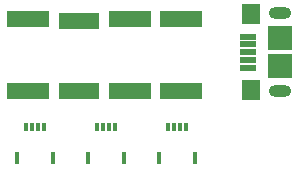
<source format=gbr>
G04 #@! TF.GenerationSoftware,KiCad,Pcbnew,(5.1.5)-3*
G04 #@! TF.CreationDate,2021-03-15T13:52:55-04:00*
G04 #@! TF.ProjectId,GelSight-Micro HDMI V2.3-INTERIM,47656c53-6967-4687-942d-4d6963726f20,rev?*
G04 #@! TF.SameCoordinates,Original*
G04 #@! TF.FileFunction,Soldermask,Top*
G04 #@! TF.FilePolarity,Negative*
%FSLAX46Y46*%
G04 Gerber Fmt 4.6, Leading zero omitted, Abs format (unit mm)*
G04 Created by KiCad (PCBNEW (5.1.5)-3) date 2021-03-15 13:52:55*
%MOMM*%
%LPD*%
G04 APERTURE LIST*
%ADD10R,0.401600X1.101600*%
%ADD11R,0.401600X0.801600*%
%ADD12R,1.451600X0.501600*%
%ADD13R,1.501600X1.701600*%
%ADD14R,2.001600X2.001600*%
%ADD15C,0.601600*%
%ADD16O,1.901600X1.001600*%
%ADD17R,3.521600X1.341600*%
%ADD18R,3.421600X1.341600*%
G04 APERTURE END LIST*
D10*
X146256500Y-93755600D03*
X143176500Y-93755600D03*
D11*
X145466500Y-91105600D03*
X144966500Y-91105600D03*
X144466500Y-91105600D03*
X143966500Y-91105600D03*
D10*
X152276300Y-93755600D03*
X149196300Y-93755600D03*
D11*
X151486300Y-91105600D03*
X150986300Y-91105600D03*
X150486300Y-91105600D03*
X149986300Y-91105600D03*
D10*
X158296100Y-93755600D03*
X155216100Y-93755600D03*
D11*
X157506100Y-91105600D03*
X157006100Y-91105600D03*
X156506100Y-91105600D03*
X156006100Y-91105600D03*
D12*
X162780600Y-86053600D03*
X162780600Y-85403600D03*
X162780600Y-84753600D03*
X162780600Y-84103600D03*
X162780600Y-83453600D03*
D13*
X163005600Y-87953600D03*
X163005600Y-81553600D03*
D14*
X165455600Y-85953600D03*
X165455600Y-83553600D03*
D15*
X165455600Y-88053600D03*
X165455600Y-81453600D03*
D16*
X165455600Y-88053600D03*
X165455600Y-81453600D03*
D17*
X157124400Y-81977800D03*
X157124400Y-88057800D03*
X144126375Y-88057800D03*
X144126375Y-81977800D03*
D18*
X148443050Y-88057800D03*
X148443050Y-82077800D03*
D17*
X152759725Y-88057800D03*
X152759725Y-81977800D03*
M02*

</source>
